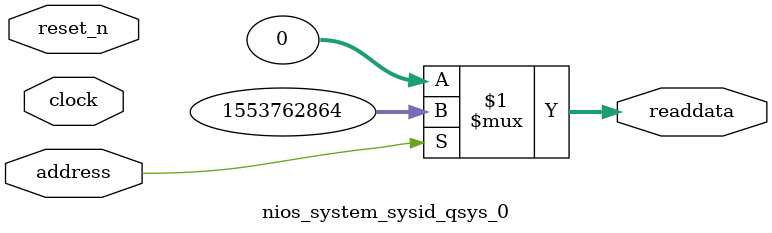
<source format=v>



// synthesis translate_off
`timescale 1ns / 1ps
// synthesis translate_on

// turn off superfluous verilog processor warnings 
// altera message_level Level1 
// altera message_off 10034 10035 10036 10037 10230 10240 10030 

module nios_system_sysid_qsys_0 (
               // inputs:
                address,
                clock,
                reset_n,

               // outputs:
                readdata
             )
;

  output  [ 31: 0] readdata;
  input            address;
  input            clock;
  input            reset_n;

  wire    [ 31: 0] readdata;
  //control_slave, which is an e_avalon_slave
  assign readdata = address ? 1553762864 : 0;

endmodule



</source>
